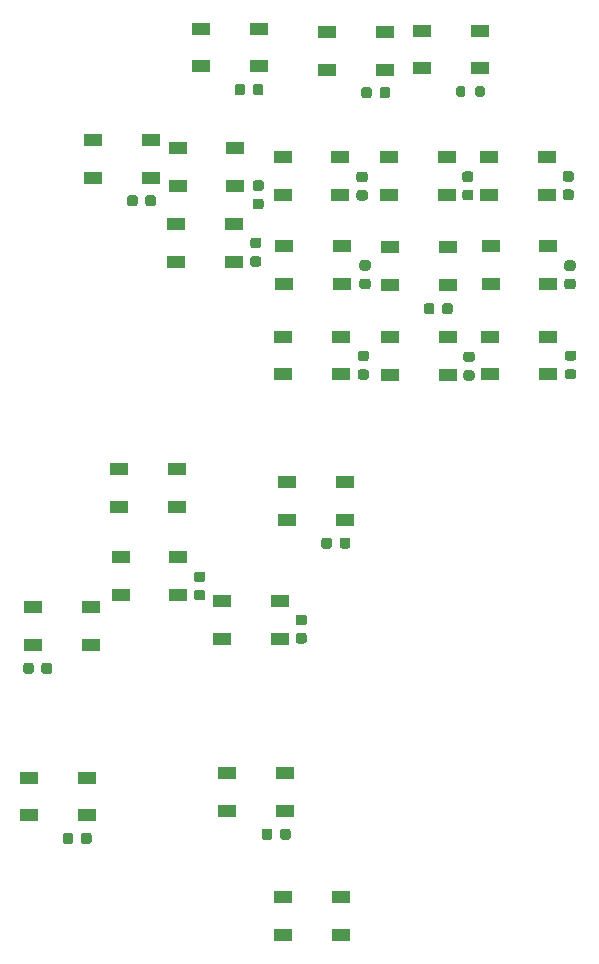
<source format=gbr>
%TF.GenerationSoftware,KiCad,Pcbnew,(5.1.12-1-10_14)*%
%TF.CreationDate,2021-11-24T11:20:23+11:00*%
%TF.ProjectId,Landing Gear Panel PCB V2,4c616e64-696e-4672-9047-656172205061,rev?*%
%TF.SameCoordinates,Original*%
%TF.FileFunction,Paste,Top*%
%TF.FilePolarity,Positive*%
%FSLAX46Y46*%
G04 Gerber Fmt 4.6, Leading zero omitted, Abs format (unit mm)*
G04 Created by KiCad (PCBNEW (5.1.12-1-10_14)) date 2021-11-24 11:20:23*
%MOMM*%
%LPD*%
G01*
G04 APERTURE LIST*
%ADD10R,1.500000X1.000000*%
G04 APERTURE END LIST*
%TO.C,C21*%
G36*
G01*
X87393750Y-60562500D02*
X87906250Y-60562500D01*
G75*
G02*
X88125000Y-60781250I0J-218750D01*
G01*
X88125000Y-61218750D01*
G75*
G02*
X87906250Y-61437500I-218750J0D01*
G01*
X87393750Y-61437500D01*
G75*
G02*
X87175000Y-61218750I0J218750D01*
G01*
X87175000Y-60781250D01*
G75*
G02*
X87393750Y-60562500I218750J0D01*
G01*
G37*
G36*
G01*
X87393750Y-58987500D02*
X87906250Y-58987500D01*
G75*
G02*
X88125000Y-59206250I0J-218750D01*
G01*
X88125000Y-59643750D01*
G75*
G02*
X87906250Y-59862500I-218750J0D01*
G01*
X87393750Y-59862500D01*
G75*
G02*
X87175000Y-59643750I0J218750D01*
G01*
X87175000Y-59206250D01*
G75*
G02*
X87393750Y-58987500I218750J0D01*
G01*
G37*
%TD*%
%TO.C,C20*%
G36*
G01*
X114043750Y-70112500D02*
X114556250Y-70112500D01*
G75*
G02*
X114775000Y-70331250I0J-218750D01*
G01*
X114775000Y-70768750D01*
G75*
G02*
X114556250Y-70987500I-218750J0D01*
G01*
X114043750Y-70987500D01*
G75*
G02*
X113825000Y-70768750I0J218750D01*
G01*
X113825000Y-70331250D01*
G75*
G02*
X114043750Y-70112500I218750J0D01*
G01*
G37*
G36*
G01*
X114043750Y-68537500D02*
X114556250Y-68537500D01*
G75*
G02*
X114775000Y-68756250I0J-218750D01*
G01*
X114775000Y-69193750D01*
G75*
G02*
X114556250Y-69412500I-218750J0D01*
G01*
X114043750Y-69412500D01*
G75*
G02*
X113825000Y-69193750I0J218750D01*
G01*
X113825000Y-68756250D01*
G75*
G02*
X114043750Y-68537500I218750J0D01*
G01*
G37*
%TD*%
%TO.C,C19*%
G36*
G01*
X105443750Y-70212500D02*
X105956250Y-70212500D01*
G75*
G02*
X106175000Y-70431250I0J-218750D01*
G01*
X106175000Y-70868750D01*
G75*
G02*
X105956250Y-71087500I-218750J0D01*
G01*
X105443750Y-71087500D01*
G75*
G02*
X105225000Y-70868750I0J218750D01*
G01*
X105225000Y-70431250D01*
G75*
G02*
X105443750Y-70212500I218750J0D01*
G01*
G37*
G36*
G01*
X105443750Y-68637500D02*
X105956250Y-68637500D01*
G75*
G02*
X106175000Y-68856250I0J-218750D01*
G01*
X106175000Y-69293750D01*
G75*
G02*
X105956250Y-69512500I-218750J0D01*
G01*
X105443750Y-69512500D01*
G75*
G02*
X105225000Y-69293750I0J218750D01*
G01*
X105225000Y-68856250D01*
G75*
G02*
X105443750Y-68637500I218750J0D01*
G01*
G37*
%TD*%
%TO.C,C18*%
G36*
G01*
X96493750Y-70137500D02*
X97006250Y-70137500D01*
G75*
G02*
X97225000Y-70356250I0J-218750D01*
G01*
X97225000Y-70793750D01*
G75*
G02*
X97006250Y-71012500I-218750J0D01*
G01*
X96493750Y-71012500D01*
G75*
G02*
X96275000Y-70793750I0J218750D01*
G01*
X96275000Y-70356250D01*
G75*
G02*
X96493750Y-70137500I218750J0D01*
G01*
G37*
G36*
G01*
X96493750Y-68562500D02*
X97006250Y-68562500D01*
G75*
G02*
X97225000Y-68781250I0J-218750D01*
G01*
X97225000Y-69218750D01*
G75*
G02*
X97006250Y-69437500I-218750J0D01*
G01*
X96493750Y-69437500D01*
G75*
G02*
X96275000Y-69218750I0J218750D01*
G01*
X96275000Y-68781250D01*
G75*
G02*
X96493750Y-68562500I218750J0D01*
G01*
G37*
%TD*%
%TO.C,C7*%
G36*
G01*
X96643750Y-62462500D02*
X97156250Y-62462500D01*
G75*
G02*
X97375000Y-62681250I0J-218750D01*
G01*
X97375000Y-63118750D01*
G75*
G02*
X97156250Y-63337500I-218750J0D01*
G01*
X96643750Y-63337500D01*
G75*
G02*
X96425000Y-63118750I0J218750D01*
G01*
X96425000Y-62681250D01*
G75*
G02*
X96643750Y-62462500I218750J0D01*
G01*
G37*
G36*
G01*
X96643750Y-60887500D02*
X97156250Y-60887500D01*
G75*
G02*
X97375000Y-61106250I0J-218750D01*
G01*
X97375000Y-61543750D01*
G75*
G02*
X97156250Y-61762500I-218750J0D01*
G01*
X96643750Y-61762500D01*
G75*
G02*
X96425000Y-61543750I0J218750D01*
G01*
X96425000Y-61106250D01*
G75*
G02*
X96643750Y-60887500I218750J0D01*
G01*
G37*
%TD*%
D10*
%TO.C,D6*%
X89916000Y-52171600D03*
X89916000Y-55371600D03*
X94816000Y-52171600D03*
X94816000Y-55371600D03*
%TD*%
%TO.C,C11*%
G36*
G01*
X82650000Y-88800000D02*
X83150000Y-88800000D01*
G75*
G02*
X83375000Y-89025000I0J-225000D01*
G01*
X83375000Y-89475000D01*
G75*
G02*
X83150000Y-89700000I-225000J0D01*
G01*
X82650000Y-89700000D01*
G75*
G02*
X82425000Y-89475000I0J225000D01*
G01*
X82425000Y-89025000D01*
G75*
G02*
X82650000Y-88800000I225000J0D01*
G01*
G37*
G36*
G01*
X82650000Y-87250000D02*
X83150000Y-87250000D01*
G75*
G02*
X83375000Y-87475000I0J-225000D01*
G01*
X83375000Y-87925000D01*
G75*
G02*
X83150000Y-88150000I-225000J0D01*
G01*
X82650000Y-88150000D01*
G75*
G02*
X82425000Y-87925000I0J225000D01*
G01*
X82425000Y-87475000D01*
G75*
G02*
X82650000Y-87250000I225000J0D01*
G01*
G37*
%TD*%
%TO.C,R1*%
G36*
G01*
X106250000Y-46875000D02*
X106250000Y-46325000D01*
G75*
G02*
X106450000Y-46125000I200000J0D01*
G01*
X106850000Y-46125000D01*
G75*
G02*
X107050000Y-46325000I0J-200000D01*
G01*
X107050000Y-46875000D01*
G75*
G02*
X106850000Y-47075000I-200000J0D01*
G01*
X106450000Y-47075000D01*
G75*
G02*
X106250000Y-46875000I0J200000D01*
G01*
G37*
G36*
G01*
X104600000Y-46875000D02*
X104600000Y-46325000D01*
G75*
G02*
X104800000Y-46125000I200000J0D01*
G01*
X105200000Y-46125000D01*
G75*
G02*
X105400000Y-46325000I0J-200000D01*
G01*
X105400000Y-46875000D01*
G75*
G02*
X105200000Y-47075000I-200000J0D01*
G01*
X104800000Y-47075000D01*
G75*
G02*
X104600000Y-46875000I0J200000D01*
G01*
G37*
%TD*%
%TO.C,C17*%
G36*
G01*
X91250000Y-92450000D02*
X91750000Y-92450000D01*
G75*
G02*
X91975000Y-92675000I0J-225000D01*
G01*
X91975000Y-93125000D01*
G75*
G02*
X91750000Y-93350000I-225000J0D01*
G01*
X91250000Y-93350000D01*
G75*
G02*
X91025000Y-93125000I0J225000D01*
G01*
X91025000Y-92675000D01*
G75*
G02*
X91250000Y-92450000I225000J0D01*
G01*
G37*
G36*
G01*
X91250000Y-90900000D02*
X91750000Y-90900000D01*
G75*
G02*
X91975000Y-91125000I0J-225000D01*
G01*
X91975000Y-91575000D01*
G75*
G02*
X91750000Y-91800000I-225000J0D01*
G01*
X91250000Y-91800000D01*
G75*
G02*
X91025000Y-91575000I0J225000D01*
G01*
X91025000Y-91125000D01*
G75*
G02*
X91250000Y-90900000I225000J0D01*
G01*
G37*
%TD*%
%TO.C,C16*%
G36*
G01*
X94750000Y-85100000D02*
X94750000Y-84600000D01*
G75*
G02*
X94975000Y-84375000I225000J0D01*
G01*
X95425000Y-84375000D01*
G75*
G02*
X95650000Y-84600000I0J-225000D01*
G01*
X95650000Y-85100000D01*
G75*
G02*
X95425000Y-85325000I-225000J0D01*
G01*
X94975000Y-85325000D01*
G75*
G02*
X94750000Y-85100000I0J225000D01*
G01*
G37*
G36*
G01*
X93200000Y-85100000D02*
X93200000Y-84600000D01*
G75*
G02*
X93425000Y-84375000I225000J0D01*
G01*
X93875000Y-84375000D01*
G75*
G02*
X94100000Y-84600000I0J-225000D01*
G01*
X94100000Y-85100000D01*
G75*
G02*
X93875000Y-85325000I-225000J0D01*
G01*
X93425000Y-85325000D01*
G75*
G02*
X93200000Y-85100000I0J225000D01*
G01*
G37*
%TD*%
%TO.C,C15*%
G36*
G01*
X89700000Y-109750000D02*
X89700000Y-109250000D01*
G75*
G02*
X89925000Y-109025000I225000J0D01*
G01*
X90375000Y-109025000D01*
G75*
G02*
X90600000Y-109250000I0J-225000D01*
G01*
X90600000Y-109750000D01*
G75*
G02*
X90375000Y-109975000I-225000J0D01*
G01*
X89925000Y-109975000D01*
G75*
G02*
X89700000Y-109750000I0J225000D01*
G01*
G37*
G36*
G01*
X88150000Y-109750000D02*
X88150000Y-109250000D01*
G75*
G02*
X88375000Y-109025000I225000J0D01*
G01*
X88825000Y-109025000D01*
G75*
G02*
X89050000Y-109250000I0J-225000D01*
G01*
X89050000Y-109750000D01*
G75*
G02*
X88825000Y-109975000I-225000J0D01*
G01*
X88375000Y-109975000D01*
G75*
G02*
X88150000Y-109750000I0J225000D01*
G01*
G37*
%TD*%
%TO.C,C14*%
G36*
G01*
X72850000Y-110100000D02*
X72850000Y-109600000D01*
G75*
G02*
X73075000Y-109375000I225000J0D01*
G01*
X73525000Y-109375000D01*
G75*
G02*
X73750000Y-109600000I0J-225000D01*
G01*
X73750000Y-110100000D01*
G75*
G02*
X73525000Y-110325000I-225000J0D01*
G01*
X73075000Y-110325000D01*
G75*
G02*
X72850000Y-110100000I0J225000D01*
G01*
G37*
G36*
G01*
X71300000Y-110100000D02*
X71300000Y-109600000D01*
G75*
G02*
X71525000Y-109375000I225000J0D01*
G01*
X71975000Y-109375000D01*
G75*
G02*
X72200000Y-109600000I0J-225000D01*
G01*
X72200000Y-110100000D01*
G75*
G02*
X71975000Y-110325000I-225000J0D01*
G01*
X71525000Y-110325000D01*
G75*
G02*
X71300000Y-110100000I0J225000D01*
G01*
G37*
%TD*%
%TO.C,C13*%
G36*
G01*
X69500000Y-95700000D02*
X69500000Y-95200000D01*
G75*
G02*
X69725000Y-94975000I225000J0D01*
G01*
X70175000Y-94975000D01*
G75*
G02*
X70400000Y-95200000I0J-225000D01*
G01*
X70400000Y-95700000D01*
G75*
G02*
X70175000Y-95925000I-225000J0D01*
G01*
X69725000Y-95925000D01*
G75*
G02*
X69500000Y-95700000I0J225000D01*
G01*
G37*
G36*
G01*
X67950000Y-95700000D02*
X67950000Y-95200000D01*
G75*
G02*
X68175000Y-94975000I225000J0D01*
G01*
X68625000Y-94975000D01*
G75*
G02*
X68850000Y-95200000I0J-225000D01*
G01*
X68850000Y-95700000D01*
G75*
G02*
X68625000Y-95925000I-225000J0D01*
G01*
X68175000Y-95925000D01*
G75*
G02*
X67950000Y-95700000I0J225000D01*
G01*
G37*
%TD*%
%TO.C,C12*%
G36*
G01*
X96400000Y-54950000D02*
X96900000Y-54950000D01*
G75*
G02*
X97125000Y-55175000I0J-225000D01*
G01*
X97125000Y-55625000D01*
G75*
G02*
X96900000Y-55850000I-225000J0D01*
G01*
X96400000Y-55850000D01*
G75*
G02*
X96175000Y-55625000I0J225000D01*
G01*
X96175000Y-55175000D01*
G75*
G02*
X96400000Y-54950000I225000J0D01*
G01*
G37*
G36*
G01*
X96400000Y-53400000D02*
X96900000Y-53400000D01*
G75*
G02*
X97125000Y-53625000I0J-225000D01*
G01*
X97125000Y-54075000D01*
G75*
G02*
X96900000Y-54300000I-225000J0D01*
G01*
X96400000Y-54300000D01*
G75*
G02*
X96175000Y-54075000I0J225000D01*
G01*
X96175000Y-53625000D01*
G75*
G02*
X96400000Y-53400000I225000J0D01*
G01*
G37*
%TD*%
%TO.C,C10*%
G36*
G01*
X88100000Y-55025000D02*
X87600000Y-55025000D01*
G75*
G02*
X87375000Y-54800000I0J225000D01*
G01*
X87375000Y-54350000D01*
G75*
G02*
X87600000Y-54125000I225000J0D01*
G01*
X88100000Y-54125000D01*
G75*
G02*
X88325000Y-54350000I0J-225000D01*
G01*
X88325000Y-54800000D01*
G75*
G02*
X88100000Y-55025000I-225000J0D01*
G01*
G37*
G36*
G01*
X88100000Y-56575000D02*
X87600000Y-56575000D01*
G75*
G02*
X87375000Y-56350000I0J225000D01*
G01*
X87375000Y-55900000D01*
G75*
G02*
X87600000Y-55675000I225000J0D01*
G01*
X88100000Y-55675000D01*
G75*
G02*
X88325000Y-55900000I0J-225000D01*
G01*
X88325000Y-56350000D01*
G75*
G02*
X88100000Y-56575000I-225000J0D01*
G01*
G37*
%TD*%
%TO.C,C9*%
G36*
G01*
X78300000Y-56100000D02*
X78300000Y-55600000D01*
G75*
G02*
X78525000Y-55375000I225000J0D01*
G01*
X78975000Y-55375000D01*
G75*
G02*
X79200000Y-55600000I0J-225000D01*
G01*
X79200000Y-56100000D01*
G75*
G02*
X78975000Y-56325000I-225000J0D01*
G01*
X78525000Y-56325000D01*
G75*
G02*
X78300000Y-56100000I0J225000D01*
G01*
G37*
G36*
G01*
X76750000Y-56100000D02*
X76750000Y-55600000D01*
G75*
G02*
X76975000Y-55375000I225000J0D01*
G01*
X77425000Y-55375000D01*
G75*
G02*
X77650000Y-55600000I0J-225000D01*
G01*
X77650000Y-56100000D01*
G75*
G02*
X77425000Y-56325000I-225000J0D01*
G01*
X76975000Y-56325000D01*
G75*
G02*
X76750000Y-56100000I0J225000D01*
G01*
G37*
%TD*%
%TO.C,C8*%
G36*
G01*
X105350000Y-54925000D02*
X105850000Y-54925000D01*
G75*
G02*
X106075000Y-55150000I0J-225000D01*
G01*
X106075000Y-55600000D01*
G75*
G02*
X105850000Y-55825000I-225000J0D01*
G01*
X105350000Y-55825000D01*
G75*
G02*
X105125000Y-55600000I0J225000D01*
G01*
X105125000Y-55150000D01*
G75*
G02*
X105350000Y-54925000I225000J0D01*
G01*
G37*
G36*
G01*
X105350000Y-53375000D02*
X105850000Y-53375000D01*
G75*
G02*
X106075000Y-53600000I0J-225000D01*
G01*
X106075000Y-54050000D01*
G75*
G02*
X105850000Y-54275000I-225000J0D01*
G01*
X105350000Y-54275000D01*
G75*
G02*
X105125000Y-54050000I0J225000D01*
G01*
X105125000Y-53600000D01*
G75*
G02*
X105350000Y-53375000I225000J0D01*
G01*
G37*
%TD*%
%TO.C,C6*%
G36*
G01*
X103425000Y-65250000D02*
X103425000Y-64750000D01*
G75*
G02*
X103650000Y-64525000I225000J0D01*
G01*
X104100000Y-64525000D01*
G75*
G02*
X104325000Y-64750000I0J-225000D01*
G01*
X104325000Y-65250000D01*
G75*
G02*
X104100000Y-65475000I-225000J0D01*
G01*
X103650000Y-65475000D01*
G75*
G02*
X103425000Y-65250000I0J225000D01*
G01*
G37*
G36*
G01*
X101875000Y-65250000D02*
X101875000Y-64750000D01*
G75*
G02*
X102100000Y-64525000I225000J0D01*
G01*
X102550000Y-64525000D01*
G75*
G02*
X102775000Y-64750000I0J-225000D01*
G01*
X102775000Y-65250000D01*
G75*
G02*
X102550000Y-65475000I-225000J0D01*
G01*
X102100000Y-65475000D01*
G75*
G02*
X101875000Y-65250000I0J225000D01*
G01*
G37*
%TD*%
%TO.C,C5*%
G36*
G01*
X113850000Y-54900000D02*
X114350000Y-54900000D01*
G75*
G02*
X114575000Y-55125000I0J-225000D01*
G01*
X114575000Y-55575000D01*
G75*
G02*
X114350000Y-55800000I-225000J0D01*
G01*
X113850000Y-55800000D01*
G75*
G02*
X113625000Y-55575000I0J225000D01*
G01*
X113625000Y-55125000D01*
G75*
G02*
X113850000Y-54900000I225000J0D01*
G01*
G37*
G36*
G01*
X113850000Y-53350000D02*
X114350000Y-53350000D01*
G75*
G02*
X114575000Y-53575000I0J-225000D01*
G01*
X114575000Y-54025000D01*
G75*
G02*
X114350000Y-54250000I-225000J0D01*
G01*
X113850000Y-54250000D01*
G75*
G02*
X113625000Y-54025000I0J225000D01*
G01*
X113625000Y-53575000D01*
G75*
G02*
X113850000Y-53350000I225000J0D01*
G01*
G37*
%TD*%
%TO.C,C4*%
G36*
G01*
X114000000Y-62450000D02*
X114500000Y-62450000D01*
G75*
G02*
X114725000Y-62675000I0J-225000D01*
G01*
X114725000Y-63125000D01*
G75*
G02*
X114500000Y-63350000I-225000J0D01*
G01*
X114000000Y-63350000D01*
G75*
G02*
X113775000Y-63125000I0J225000D01*
G01*
X113775000Y-62675000D01*
G75*
G02*
X114000000Y-62450000I225000J0D01*
G01*
G37*
G36*
G01*
X114000000Y-60900000D02*
X114500000Y-60900000D01*
G75*
G02*
X114725000Y-61125000I0J-225000D01*
G01*
X114725000Y-61575000D01*
G75*
G02*
X114500000Y-61800000I-225000J0D01*
G01*
X114000000Y-61800000D01*
G75*
G02*
X113775000Y-61575000I0J225000D01*
G01*
X113775000Y-61125000D01*
G75*
G02*
X114000000Y-60900000I225000J0D01*
G01*
G37*
%TD*%
%TO.C,C3*%
G36*
G01*
X98125000Y-46950000D02*
X98125000Y-46450000D01*
G75*
G02*
X98350000Y-46225000I225000J0D01*
G01*
X98800000Y-46225000D01*
G75*
G02*
X99025000Y-46450000I0J-225000D01*
G01*
X99025000Y-46950000D01*
G75*
G02*
X98800000Y-47175000I-225000J0D01*
G01*
X98350000Y-47175000D01*
G75*
G02*
X98125000Y-46950000I0J225000D01*
G01*
G37*
G36*
G01*
X96575000Y-46950000D02*
X96575000Y-46450000D01*
G75*
G02*
X96800000Y-46225000I225000J0D01*
G01*
X97250000Y-46225000D01*
G75*
G02*
X97475000Y-46450000I0J-225000D01*
G01*
X97475000Y-46950000D01*
G75*
G02*
X97250000Y-47175000I-225000J0D01*
G01*
X96800000Y-47175000D01*
G75*
G02*
X96575000Y-46950000I0J225000D01*
G01*
G37*
%TD*%
%TO.C,C2*%
G36*
G01*
X87400000Y-46700000D02*
X87400000Y-46200000D01*
G75*
G02*
X87625000Y-45975000I225000J0D01*
G01*
X88075000Y-45975000D01*
G75*
G02*
X88300000Y-46200000I0J-225000D01*
G01*
X88300000Y-46700000D01*
G75*
G02*
X88075000Y-46925000I-225000J0D01*
G01*
X87625000Y-46925000D01*
G75*
G02*
X87400000Y-46700000I0J225000D01*
G01*
G37*
G36*
G01*
X85850000Y-46700000D02*
X85850000Y-46200000D01*
G75*
G02*
X86075000Y-45975000I225000J0D01*
G01*
X86525000Y-45975000D01*
G75*
G02*
X86750000Y-46200000I0J-225000D01*
G01*
X86750000Y-46700000D01*
G75*
G02*
X86525000Y-46925000I-225000J0D01*
G01*
X86075000Y-46925000D01*
G75*
G02*
X85850000Y-46700000I0J225000D01*
G01*
G37*
%TD*%
%TO.C,D16*%
X76050000Y-78600000D03*
X76050000Y-81800000D03*
X80950000Y-78600000D03*
X80950000Y-81800000D03*
%TD*%
%TO.C,D23*%
X89994400Y-114834000D03*
X89994400Y-118034000D03*
X94894400Y-114834000D03*
X94894400Y-118034000D03*
%TD*%
%TO.C,D22*%
X85230800Y-104318000D03*
X85230800Y-107518000D03*
X90130800Y-104318000D03*
X90130800Y-107518000D03*
%TD*%
%TO.C,D21*%
X68427600Y-104699000D03*
X68427600Y-107899000D03*
X73327600Y-104699000D03*
X73327600Y-107899000D03*
%TD*%
%TO.C,D20*%
X84773600Y-89738400D03*
X84773600Y-92938400D03*
X89673600Y-89738400D03*
X89673600Y-92938400D03*
%TD*%
%TO.C,D19*%
X68783200Y-90271600D03*
X68783200Y-93471600D03*
X73683200Y-90271600D03*
X73683200Y-93471600D03*
%TD*%
%TO.C,D18*%
X76200000Y-86055200D03*
X76200000Y-89255200D03*
X81100000Y-86055200D03*
X81100000Y-89255200D03*
%TD*%
%TO.C,D17*%
X90300000Y-79700000D03*
X90300000Y-82900000D03*
X95200000Y-79700000D03*
X95200000Y-82900000D03*
%TD*%
%TO.C,D15*%
X107493000Y-67360800D03*
X107493000Y-70560800D03*
X112393000Y-67360800D03*
X112393000Y-70560800D03*
%TD*%
%TO.C,D14*%
X99009000Y-67411600D03*
X99009000Y-70611600D03*
X103909000Y-67411600D03*
X103909000Y-70611600D03*
%TD*%
%TO.C,D13*%
X89966800Y-67360800D03*
X89966800Y-70560800D03*
X94866800Y-67360800D03*
X94866800Y-70560800D03*
%TD*%
%TO.C,D12*%
X107532000Y-59715600D03*
X107532000Y-62915600D03*
X112432000Y-59715600D03*
X112432000Y-62915600D03*
%TD*%
%TO.C,D11*%
X99009000Y-59791600D03*
X99009000Y-62991600D03*
X103909000Y-59791600D03*
X103909000Y-62991600D03*
%TD*%
%TO.C,D10*%
X90056800Y-59715600D03*
X90056800Y-62915600D03*
X94956800Y-59715600D03*
X94956800Y-62915600D03*
%TD*%
%TO.C,D9*%
X80924400Y-57810400D03*
X80924400Y-61010400D03*
X85824400Y-57810400D03*
X85824400Y-61010400D03*
%TD*%
%TO.C,D8*%
X107380000Y-52146400D03*
X107380000Y-55346400D03*
X112280000Y-52146400D03*
X112280000Y-55346400D03*
%TD*%
%TO.C,D7*%
X98908000Y-52171600D03*
X98908000Y-55371600D03*
X103808000Y-52171600D03*
X103808000Y-55371600D03*
%TD*%
%TO.C,D5*%
X81026000Y-51409600D03*
X81026000Y-54609600D03*
X85926000Y-51409600D03*
X85926000Y-54609600D03*
%TD*%
%TO.C,D4*%
X73863200Y-50698400D03*
X73863200Y-53898400D03*
X78763200Y-50698400D03*
X78763200Y-53898400D03*
%TD*%
%TO.C,D3*%
X101752000Y-41452800D03*
X101752000Y-44652800D03*
X106652000Y-41452800D03*
X106652000Y-44652800D03*
%TD*%
%TO.C,D2*%
X93675200Y-41554400D03*
X93675200Y-44754400D03*
X98575200Y-41554400D03*
X98575200Y-44754400D03*
%TD*%
%TO.C,D1*%
X82995600Y-41275200D03*
X82995600Y-44475200D03*
X87895600Y-41275200D03*
X87895600Y-44475200D03*
%TD*%
M02*

</source>
